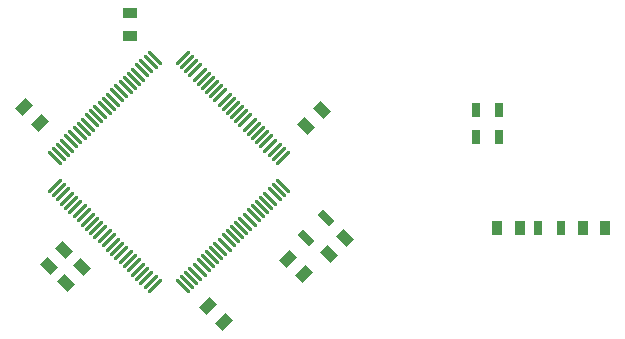
<source format=gbp>
G04*
G04 #@! TF.GenerationSoftware,Altium Limited,Altium Designer,22.7.1 (60)*
G04*
G04 Layer_Color=128*
%FSLAX44Y44*%
%MOMM*%
G71*
G04*
G04 #@! TF.SameCoordinates,58864457-2C57-4B72-ACF9-2A768CBF14AA*
G04*
G04*
G04 #@! TF.FilePolarity,Positive*
G04*
G01*
G75*
%ADD27R,0.7000X1.3000*%
%ADD32R,1.3000X0.9000*%
%ADD37R,0.9000X1.3000*%
G04:AMPARAMS|DCode=91|XSize=0.6mm|YSize=1.4mm|CornerRadius=0mm|HoleSize=0mm|Usage=FLASHONLY|Rotation=225.000|XOffset=0mm|YOffset=0mm|HoleType=Round|Shape=Rectangle|*
%AMROTATEDRECTD91*
4,1,4,-0.2828,0.7071,0.7071,-0.2828,0.2828,-0.7071,-0.7071,0.2828,-0.2828,0.7071,0.0*
%
%ADD91ROTATEDRECTD91*%

G04:AMPARAMS|DCode=92|XSize=0.9mm|YSize=1.3mm|CornerRadius=0mm|HoleSize=0mm|Usage=FLASHONLY|Rotation=135.000|XOffset=0mm|YOffset=0mm|HoleType=Round|Shape=Rectangle|*
%AMROTATEDRECTD92*
4,1,4,0.7778,0.1414,-0.1414,-0.7778,-0.7778,-0.1414,0.1414,0.7778,0.7778,0.1414,0.0*
%
%ADD92ROTATEDRECTD92*%

G04:AMPARAMS|DCode=93|XSize=0.9mm|YSize=1.3mm|CornerRadius=0mm|HoleSize=0mm|Usage=FLASHONLY|Rotation=45.000|XOffset=0mm|YOffset=0mm|HoleType=Round|Shape=Rectangle|*
%AMROTATEDRECTD93*
4,1,4,0.1414,-0.7778,-0.7778,0.1414,-0.1414,0.7778,0.7778,-0.1414,0.1414,-0.7778,0.0*
%
%ADD93ROTATEDRECTD93*%

G04:AMPARAMS|DCode=94|XSize=1.56mm|YSize=0.25mm|CornerRadius=0.0313mm|HoleSize=0mm|Usage=FLASHONLY|Rotation=45.000|XOffset=0mm|YOffset=0mm|HoleType=Round|Shape=RoundedRectangle|*
%AMROUNDEDRECTD94*
21,1,1.5600,0.1875,0,0,45.0*
21,1,1.4975,0.2500,0,0,45.0*
1,1,0.0625,0.5957,0.4632*
1,1,0.0625,-0.4632,-0.5957*
1,1,0.0625,-0.5957,-0.4632*
1,1,0.0625,0.4632,0.5957*
%
%ADD94ROUNDEDRECTD94*%
G04:AMPARAMS|DCode=95|XSize=1.56mm|YSize=0.25mm|CornerRadius=0.0313mm|HoleSize=0mm|Usage=FLASHONLY|Rotation=315.000|XOffset=0mm|YOffset=0mm|HoleType=Round|Shape=RoundedRectangle|*
%AMROUNDEDRECTD95*
21,1,1.5600,0.1875,0,0,315.0*
21,1,1.4975,0.2500,0,0,315.0*
1,1,0.0625,0.4632,-0.5957*
1,1,0.0625,-0.5957,0.4632*
1,1,0.0625,-0.4632,0.5957*
1,1,0.0625,0.5957,-0.4632*
%
%ADD95ROUNDEDRECTD95*%
D27*
X887000Y385000D02*
D03*
X868000D02*
D03*
X834500Y485000D02*
D03*
X815500D02*
D03*
Y462500D02*
D03*
X834500D02*
D03*
D32*
X522500Y548000D02*
D03*
Y567000D02*
D03*
D37*
X833000Y385000D02*
D03*
X852000D02*
D03*
X924500D02*
D03*
X905500D02*
D03*
D91*
X688485Y393485D02*
D03*
X671515Y376515D02*
D03*
D92*
X655782Y359217D02*
D03*
X669218Y345783D02*
D03*
X588283Y319217D02*
D03*
X601717Y305783D02*
D03*
X445935Y474065D02*
D03*
X432500Y487500D02*
D03*
D93*
X704218Y376717D02*
D03*
X690782Y363283D02*
D03*
X671565Y471565D02*
D03*
X685000Y485000D02*
D03*
X481717Y351717D02*
D03*
X468283Y338283D02*
D03*
X466717Y366717D02*
D03*
X453283Y353283D02*
D03*
D94*
X651732Y444379D02*
D03*
X648197Y447915D02*
D03*
X644661Y451451D02*
D03*
X641126Y454986D02*
D03*
X637590Y458521D02*
D03*
X634055Y462057D02*
D03*
X630519Y465593D02*
D03*
X626983Y469128D02*
D03*
X623448Y472664D02*
D03*
X619912Y476199D02*
D03*
X616377Y479735D02*
D03*
X612841Y483270D02*
D03*
X609306Y486806D02*
D03*
X605770Y490341D02*
D03*
X602235Y493877D02*
D03*
X598699Y497412D02*
D03*
X595164Y500948D02*
D03*
X591628Y504483D02*
D03*
X588093Y508019D02*
D03*
X584557Y511555D02*
D03*
X581021Y515090D02*
D03*
X577486Y518626D02*
D03*
X573951Y522161D02*
D03*
X570415Y525697D02*
D03*
X566879Y529232D02*
D03*
X458268Y420621D02*
D03*
X461803Y417085D02*
D03*
X465339Y413549D02*
D03*
X468874Y410014D02*
D03*
X472410Y406479D02*
D03*
X475946Y402943D02*
D03*
X479481Y399407D02*
D03*
X483017Y395872D02*
D03*
X486552Y392336D02*
D03*
X490088Y388801D02*
D03*
X493623Y385265D02*
D03*
X497159Y381730D02*
D03*
X500694Y378194D02*
D03*
X504230Y374659D02*
D03*
X507765Y371123D02*
D03*
X511301Y367588D02*
D03*
X514836Y364052D02*
D03*
X518372Y360517D02*
D03*
X521907Y356981D02*
D03*
X525443Y353445D02*
D03*
X528979Y349910D02*
D03*
X532514Y346374D02*
D03*
X536050Y342839D02*
D03*
X539585Y339303D02*
D03*
X543121Y335768D02*
D03*
D95*
X566879D02*
D03*
X570415Y339303D02*
D03*
X573951Y342839D02*
D03*
X577486Y346374D02*
D03*
X581021Y349910D02*
D03*
X584557Y353445D02*
D03*
X588093Y356981D02*
D03*
X591628Y360517D02*
D03*
X595164Y364052D02*
D03*
X598699Y367588D02*
D03*
X602235Y371123D02*
D03*
X605770Y374659D02*
D03*
X609306Y378194D02*
D03*
X612841Y381730D02*
D03*
X616377Y385265D02*
D03*
X619912Y388801D02*
D03*
X623448Y392336D02*
D03*
X626983Y395872D02*
D03*
X630519Y399407D02*
D03*
X634055Y402943D02*
D03*
X637590Y406479D02*
D03*
X641126Y410014D02*
D03*
X644661Y413549D02*
D03*
X648197Y417085D02*
D03*
X651732Y420621D02*
D03*
X543121Y529232D02*
D03*
X539585Y525697D02*
D03*
X536050Y522161D02*
D03*
X532514Y518626D02*
D03*
X528979Y515090D02*
D03*
X525443Y511555D02*
D03*
X521907Y508019D02*
D03*
X518372Y504483D02*
D03*
X514836Y500948D02*
D03*
X511301Y497412D02*
D03*
X507765Y493877D02*
D03*
X504230Y490341D02*
D03*
X500694Y486806D02*
D03*
X497159Y483270D02*
D03*
X493623Y479735D02*
D03*
X490088Y476199D02*
D03*
X486552Y472664D02*
D03*
X483017Y469128D02*
D03*
X479481Y465593D02*
D03*
X475946Y462057D02*
D03*
X472410Y458521D02*
D03*
X468874Y454986D02*
D03*
X465339Y451451D02*
D03*
X461803Y447915D02*
D03*
X458268Y444379D02*
D03*
M02*

</source>
